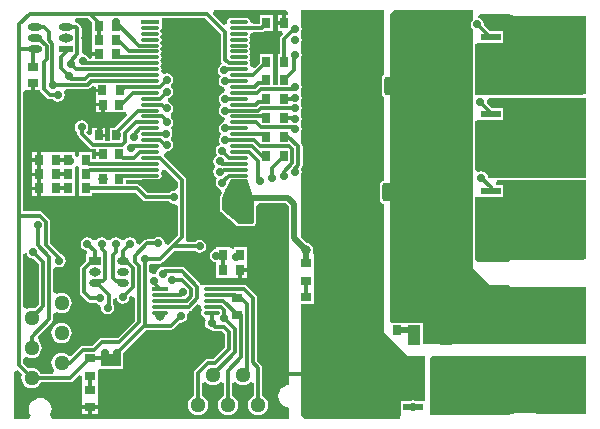
<source format=gtl>
G04 Layer_Physical_Order=1*
G04 Layer_Color=255*
%FSLAX24Y24*%
%MOIN*%
G70*
G01*
G75*
%ADD10R,0.0433X0.0669*%
%ADD11O,0.0571X0.0118*%
%ADD12R,0.0571X0.0118*%
%ADD13R,0.0472X0.0236*%
%ADD14O,0.0472X0.0236*%
%ADD15R,0.0315X0.0354*%
%ADD16R,0.1417X0.2520*%
%ADD17R,0.0610X0.0118*%
%ADD18O,0.0610X0.0118*%
G04:AMPARAMS|DCode=19|XSize=137.8mil|YSize=63mil|CornerRadius=7.9mil|HoleSize=0mil|Usage=FLASHONLY|Rotation=0.000|XOffset=0mil|YOffset=0mil|HoleType=Round|Shape=RoundedRectangle|*
%AMROUNDEDRECTD19*
21,1,0.1378,0.0472,0,0,0.0*
21,1,0.1220,0.0630,0,0,0.0*
1,1,0.0157,0.0610,-0.0236*
1,1,0.0157,-0.0610,-0.0236*
1,1,0.0157,-0.0610,0.0236*
1,1,0.0157,0.0610,0.0236*
%
%ADD19ROUNDEDRECTD19*%
%ADD20R,0.0394X0.0276*%
%ADD21O,0.0394X0.0276*%
%ADD22R,0.0276X0.0354*%
%ADD23R,0.0669X0.0433*%
%ADD24R,0.0354X0.0315*%
%ADD25R,0.0354X0.0276*%
%ADD26R,0.1820X0.1780*%
%ADD27R,0.0650X0.0240*%
%ADD28C,0.0197*%
%ADD29C,0.0118*%
%ADD30R,0.1654X0.2638*%
%ADD31R,0.1654X0.1850*%
%ADD32C,0.0512*%
%ADD33C,0.0315*%
%ADD34C,0.0276*%
G36*
X5529Y7986D02*
Y7766D01*
X5411Y7682D01*
X5394Y7686D01*
X5309Y7669D01*
X5238Y7621D01*
X5227Y7605D01*
X4522D01*
X4273Y7855D01*
X4227Y7886D01*
X4173Y7896D01*
X3819D01*
Y8048D01*
X3960D01*
X3960Y8048D01*
X4852D01*
X4906Y8059D01*
X4952Y8090D01*
X4982Y8135D01*
X4993Y8189D01*
X4982Y8243D01*
X4978Y8250D01*
X5011Y8356D01*
X5126Y8389D01*
X5529Y7986D01*
D02*
G37*
G36*
X19134Y10787D02*
X19134Y8112D01*
X19134Y8112D01*
X16184Y8112D01*
X16176Y8110D01*
X15872Y8110D01*
X15856Y8195D01*
X15808Y8266D01*
X15736Y8314D01*
X15652Y8331D01*
X15567Y8314D01*
X15553Y8305D01*
X15435Y8368D01*
Y8519D01*
X15450D01*
Y10022D01*
X15561Y10039D01*
Y10039D01*
X16368D01*
Y10437D01*
X16004D01*
X15829Y10611D01*
X15833Y10630D01*
X15825Y10669D01*
X15888Y10771D01*
X15909Y10787D01*
X19134Y10787D01*
D02*
G37*
G36*
X12402Y11541D02*
X12386Y11531D01*
X12352Y11479D01*
X12339Y11417D01*
Y10945D01*
X12352Y10883D01*
X12386Y10831D01*
X12402Y10821D01*
Y8031D01*
X12360Y8022D01*
X12308Y7988D01*
X12273Y7935D01*
X12261Y7874D01*
Y7402D01*
X12273Y7340D01*
X12308Y7288D01*
X12360Y7253D01*
X12402Y7245D01*
Y2953D01*
X13189Y2165D01*
X13780Y2165D01*
X13780Y862D01*
X13770Y669D01*
X13458Y669D01*
X13451Y674D01*
X13366Y691D01*
X13282Y674D01*
X13274Y669D01*
X12962D01*
Y277D01*
X12962Y272D01*
X12949Y80D01*
X9785D01*
X9646Y219D01*
X9646Y3898D01*
X10059D01*
Y4370D01*
X10059D01*
Y4449D01*
X10059D01*
Y4882D01*
X10059D01*
Y5039D01*
X10059D01*
Y5472D01*
X10059Y5472D01*
X10036Y5669D01*
X10044Y5709D01*
X10026Y5801D01*
X9973Y5879D01*
X9895Y5931D01*
X9821Y5946D01*
X9646Y6122D01*
Y8212D01*
X9653Y8223D01*
X9670Y8307D01*
X9653Y8392D01*
X9646Y8402D01*
Y8423D01*
X9647Y8423D01*
X9677Y8469D01*
X9688Y8523D01*
Y9156D01*
X9677Y9210D01*
X9647Y9256D01*
X9646Y9257D01*
Y9629D01*
X9653Y9640D01*
X9670Y9724D01*
X9653Y9809D01*
X9646Y9820D01*
Y9984D01*
X9653Y9994D01*
X9670Y10079D01*
X9653Y10163D01*
X9646Y10174D01*
Y10338D01*
X9653Y10349D01*
X9670Y10433D01*
X9653Y10518D01*
X9646Y10528D01*
Y10692D01*
X9653Y10703D01*
X9670Y10787D01*
X9653Y10872D01*
X9646Y10883D01*
Y11047D01*
X9653Y11057D01*
X9670Y11142D01*
X9653Y11226D01*
X9646Y11237D01*
X9646Y12110D01*
X9653Y12120D01*
X9670Y12205D01*
X9653Y12289D01*
X9646Y12300D01*
Y12621D01*
X9653Y12632D01*
X9670Y12717D01*
X9653Y12801D01*
X9646Y12812D01*
Y12976D01*
X9653Y12986D01*
X9670Y13071D01*
X9653Y13155D01*
X9646Y13166D01*
Y13699D01*
X12402D01*
Y11541D01*
D02*
G37*
G36*
X15354Y13377D02*
X15312Y13313D01*
X15295Y13228D01*
X15312Y13144D01*
X15354Y13080D01*
Y5118D01*
X15945Y4528D01*
X16521D01*
X16524Y4526D01*
X16634Y4480D01*
X16752Y4464D01*
Y4467D01*
X18995D01*
X19134Y4328D01*
X19134Y2559D01*
X13701Y2559D01*
Y3287D01*
X13110D01*
Y3287D01*
X13071Y3287D01*
Y3287D01*
X12657D01*
X12598Y3346D01*
X12598Y13560D01*
X12738Y13699D01*
X15354D01*
Y13377D01*
D02*
G37*
G36*
X505Y5545D02*
X553Y5474D01*
X624Y5426D01*
X709Y5409D01*
X727Y5413D01*
X907Y5233D01*
Y3897D01*
X769Y3759D01*
X741Y3771D01*
X654Y3782D01*
X566Y3771D01*
X495Y3741D01*
X454Y3756D01*
X377Y3803D01*
Y5583D01*
X495Y5595D01*
X505Y5545D01*
D02*
G37*
G36*
X19134Y5459D02*
X19050Y5376D01*
X16752D01*
Y5378D01*
X16634Y5362D01*
X16524Y5317D01*
X16521Y5315D01*
X15518Y5315D01*
X15435Y5398D01*
Y5960D01*
X15450D01*
Y7463D01*
X15561Y7480D01*
Y7480D01*
X16368D01*
Y7878D01*
X16148D01*
X16122Y7913D01*
X16184Y8031D01*
X19134Y8031D01*
X19134Y5459D01*
D02*
G37*
G36*
X8071Y7402D02*
X8071Y6630D01*
X8015Y6575D01*
X7559D01*
X7008Y7025D01*
X7008Y7441D01*
X7145Y7784D01*
X7164Y7797D01*
X7212Y7868D01*
X7229Y7953D01*
X7223Y7980D01*
X7225Y7984D01*
X7290Y8048D01*
X7805D01*
X7852Y8058D01*
X8071Y7402D01*
D02*
G37*
G36*
X6976Y12903D02*
Y12044D01*
X6982Y12015D01*
X6991Y11918D01*
X6936Y11859D01*
X6922Y11849D01*
X6874Y11777D01*
X6857Y11693D01*
X6874Y11608D01*
X6922Y11537D01*
X6938Y11526D01*
X6964Y11495D01*
X6916Y11423D01*
X6899Y11339D01*
X6916Y11254D01*
X6964Y11182D01*
X7036Y11135D01*
X7069Y11128D01*
X7079Y11115D01*
X7114Y11043D01*
X7079Y10971D01*
X7069Y10959D01*
X7036Y10952D01*
X6964Y10904D01*
X6916Y10833D01*
X6899Y10748D01*
X6916Y10664D01*
X6936Y10634D01*
X6955Y10551D01*
X6936Y10469D01*
X6916Y10439D01*
X6899Y10354D01*
X6916Y10270D01*
X6964Y10198D01*
X7036Y10150D01*
X7069Y10144D01*
X7079Y10131D01*
X7114Y10059D01*
X7079Y9987D01*
X7069Y9974D01*
X7036Y9968D01*
X6964Y9920D01*
X6916Y9848D01*
X6899Y9764D01*
X6916Y9679D01*
X6936Y9650D01*
X6955Y9567D01*
X6936Y9484D01*
X6916Y9455D01*
X6899Y9370D01*
X6906Y9337D01*
X6923Y9220D01*
X6852Y9172D01*
X6804Y9100D01*
X6787Y9016D01*
X6804Y8931D01*
X6850Y8862D01*
X6784Y8818D01*
X6736Y8746D01*
X6719Y8661D01*
X6736Y8577D01*
X6784Y8505D01*
Y8463D01*
X6736Y8392D01*
X6719Y8307D01*
X6736Y8223D01*
X6784Y8151D01*
X6850Y8107D01*
X6804Y8037D01*
X6787Y7953D01*
X6804Y7868D01*
X6852Y7797D01*
X6923Y7749D01*
X6992Y7618D01*
X6933Y7471D01*
X6931Y7456D01*
X6928Y7441D01*
X6928Y7025D01*
X6928Y7021D01*
X6928Y7017D01*
X6931Y7005D01*
X6934Y6994D01*
X6936Y6991D01*
X6937Y6987D01*
X6945Y6978D01*
X6951Y6968D01*
X6955Y6966D01*
X6957Y6963D01*
X7508Y6513D01*
X7519Y6507D01*
X7528Y6501D01*
X7532Y6500D01*
X7536Y6498D01*
X7548Y6497D01*
X7559Y6495D01*
X8001Y6495D01*
X8015Y6495D01*
X8015Y6495D01*
X8015Y6495D01*
X8046Y6501D01*
X8048Y6502D01*
X8110Y6516D01*
X8110Y6556D01*
X8128Y6574D01*
X8145Y6600D01*
X8151Y6630D01*
X8151Y7177D01*
X8235Y7260D01*
X9138D01*
X9229Y7169D01*
Y6102D01*
X9243Y6033D01*
X9252Y6019D01*
Y1204D01*
X9154Y1191D01*
X9063Y1153D01*
X8985Y1094D01*
X8925Y1015D01*
X8888Y924D01*
X8875Y827D01*
X8888Y729D01*
X8925Y638D01*
X8985Y560D01*
X9063Y500D01*
X9154Y462D01*
X9252Y450D01*
Y80D01*
X1325D01*
X1266Y198D01*
X1272Y205D01*
X1309Y296D01*
X1322Y394D01*
X1309Y491D01*
X1272Y582D01*
X1212Y660D01*
X1133Y720D01*
X1043Y758D01*
X945Y771D01*
X847Y758D01*
X756Y720D01*
X678Y660D01*
X618Y582D01*
X580Y491D01*
X568Y394D01*
X580Y296D01*
X618Y205D01*
X623Y198D01*
X565Y80D01*
X80D01*
Y1652D01*
X198Y1701D01*
X339Y1561D01*
X328Y1532D01*
X316Y1445D01*
X328Y1358D01*
X361Y1276D01*
X415Y1206D01*
X485Y1153D01*
X566Y1119D01*
X654Y1107D01*
X741Y1119D01*
X822Y1153D01*
X892Y1206D01*
X946Y1276D01*
X958Y1304D01*
X1937D01*
X1991Y1315D01*
X2036Y1346D01*
X2233Y1543D01*
X2343Y1497D01*
Y1299D01*
X2343D01*
Y1260D01*
X2343Y1260D01*
Y827D01*
X2343Y709D01*
X2343Y669D01*
Y531D01*
X2854D01*
Y669D01*
X2854Y787D01*
X2854Y827D01*
Y1260D01*
X2854D01*
Y1299D01*
X2854D01*
Y1630D01*
X2894Y1732D01*
X2972Y1732D01*
X3720D01*
Y2262D01*
X3725Y2283D01*
X3721Y2302D01*
X4468Y3048D01*
X5315D01*
X5369Y3059D01*
X5414Y3090D01*
X5611Y3287D01*
X5630Y3283D01*
X5714Y3300D01*
X5786Y3348D01*
X5834Y3419D01*
X5851Y3504D01*
X5840Y3559D01*
X5890Y3651D01*
X5915Y3679D01*
X5958Y3688D01*
X6004Y3718D01*
X6182Y3897D01*
X6290Y3838D01*
X6287Y3819D01*
X6297Y3765D01*
X6327Y3720D01*
X6297Y3676D01*
X6287Y3622D01*
X6297Y3568D01*
X6328Y3523D01*
X6373Y3492D01*
X6398Y3487D01*
X6444Y3414D01*
X6457Y3363D01*
X6450Y3352D01*
X6433Y3268D01*
X6450Y3183D01*
X6497Y3112D01*
X6569Y3064D01*
X6654Y3047D01*
X6672Y3051D01*
X6672Y3050D01*
X6718Y3020D01*
X6772Y3009D01*
X7016D01*
X7104Y2921D01*
Y2465D01*
X6708Y2070D01*
X6538D01*
X6484Y2059D01*
X6438Y2028D01*
X6101Y1692D01*
X6071Y1646D01*
X6060Y1592D01*
Y839D01*
X6032Y828D01*
X5962Y774D01*
X5908Y704D01*
X5875Y623D01*
X5863Y535D01*
X5875Y448D01*
X5908Y367D01*
X5962Y297D01*
X6032Y243D01*
X6113Y209D01*
X6201Y198D01*
X6288Y209D01*
X6370Y243D01*
X6439Y297D01*
X6493Y367D01*
X6527Y448D01*
X6538Y535D01*
X6527Y623D01*
X6493Y704D01*
X6439Y774D01*
X6370Y828D01*
X6341Y839D01*
Y1260D01*
X6459Y1300D01*
X6462Y1297D01*
X6532Y1243D01*
X6613Y1209D01*
X6701Y1198D01*
X6788Y1209D01*
X6870Y1243D01*
X6939Y1297D01*
X6942Y1300D01*
X7060Y1260D01*
Y839D01*
X7032Y828D01*
X6962Y774D01*
X6908Y704D01*
X6875Y623D01*
X6863Y535D01*
X6875Y448D01*
X6908Y367D01*
X6962Y297D01*
X7032Y243D01*
X7113Y209D01*
X7201Y198D01*
X7288Y209D01*
X7370Y243D01*
X7439Y297D01*
X7493Y367D01*
X7527Y448D01*
X7538Y535D01*
X7527Y623D01*
X7493Y704D01*
X7439Y774D01*
X7370Y828D01*
X7341Y839D01*
Y1260D01*
X7459Y1300D01*
X7462Y1297D01*
X7532Y1243D01*
X7613Y1209D01*
X7701Y1198D01*
X7788Y1209D01*
X7870Y1243D01*
X7939Y1297D01*
X7942Y1300D01*
X8060Y1260D01*
Y839D01*
X8032Y828D01*
X7962Y774D01*
X7908Y704D01*
X7875Y623D01*
X7863Y535D01*
X7875Y448D01*
X7908Y367D01*
X7962Y297D01*
X8032Y243D01*
X8113Y209D01*
X8201Y198D01*
X8288Y209D01*
X8370Y243D01*
X8439Y297D01*
X8493Y367D01*
X8527Y448D01*
X8538Y535D01*
X8527Y623D01*
X8493Y704D01*
X8439Y774D01*
X8370Y828D01*
X8341Y839D01*
Y1789D01*
X8331Y1843D01*
X8300Y1888D01*
X8172Y2017D01*
Y4112D01*
X8161Y4166D01*
X8131Y4212D01*
X7834Y4509D01*
X7788Y4539D01*
X7734Y4550D01*
X7047D01*
X7047Y4550D01*
X6427D01*
X6311Y4539D01*
X6280Y4585D01*
X5766Y5099D01*
X5720Y5130D01*
X5667Y5140D01*
X5118D01*
X5083Y5133D01*
X5039Y5142D01*
X4955Y5125D01*
X4883Y5077D01*
X4835Y5006D01*
X4833Y4995D01*
X4816Y4921D01*
X4724Y4906D01*
X4688Y4899D01*
X4570Y4973D01*
Y5214D01*
X4605Y5238D01*
X4615Y5253D01*
X4921D01*
X4975Y5264D01*
X5021Y5294D01*
X5413Y5686D01*
X6093D01*
X6104Y5671D01*
X6175Y5623D01*
X6260Y5606D01*
X6344Y5623D01*
X6416Y5671D01*
X6464Y5742D01*
X6481Y5827D01*
X6464Y5911D01*
X6416Y5983D01*
X6344Y6031D01*
X6260Y6048D01*
X6175Y6031D01*
X6104Y5983D01*
X6093Y5967D01*
X5853D01*
X5797Y6085D01*
X5799Y6088D01*
X5810Y6142D01*
Y8044D01*
X5799Y8098D01*
X5769Y8143D01*
X5068Y8844D01*
X5061Y8902D01*
X5155Y8992D01*
X5157Y8992D01*
X5242Y9009D01*
X5314Y9056D01*
X5361Y9128D01*
X5378Y9213D01*
X5361Y9297D01*
X5314Y9369D01*
X5287Y9387D01*
Y9432D01*
X5334Y9504D01*
X5351Y9588D01*
X5334Y9672D01*
X5333Y9675D01*
X5315Y9796D01*
X5343Y9848D01*
X5361Y9876D01*
X5378Y9961D01*
X5361Y10045D01*
X5314Y10117D01*
X5296Y10129D01*
X5296Y10265D01*
X5314Y10277D01*
X5361Y10349D01*
X5378Y10433D01*
X5361Y10518D01*
X5314Y10589D01*
X5242Y10637D01*
X5206Y10644D01*
Y10765D01*
X5242Y10772D01*
X5314Y10819D01*
X5361Y10891D01*
X5378Y10976D01*
X5361Y11060D01*
X5314Y11132D01*
X5314Y11132D01*
Y11222D01*
X5361Y11293D01*
X5378Y11378D01*
X5361Y11462D01*
X5314Y11534D01*
X5242Y11582D01*
X5157Y11599D01*
X5073Y11582D01*
X5002Y11613D01*
X4982Y11679D01*
X4993Y11732D01*
X4982Y11786D01*
X4952Y11831D01*
X4982Y11875D01*
X4993Y11929D01*
X4982Y11983D01*
X4952Y12028D01*
X4982Y12072D01*
X4993Y12126D01*
X4982Y12180D01*
X4952Y12224D01*
X4982Y12269D01*
X4993Y12323D01*
X4982Y12377D01*
X4952Y12421D01*
X4982Y12466D01*
X4993Y12520D01*
X4982Y12573D01*
X4952Y12618D01*
X4982Y12663D01*
X4993Y12717D01*
X4982Y12770D01*
X4952Y12815D01*
X4982Y12860D01*
X4993Y12913D01*
X4982Y12967D01*
X4952Y13012D01*
X4982Y13056D01*
X4993Y13110D01*
X4990Y13169D01*
X4990Y13169D01*
Y13442D01*
X6436D01*
X6976Y12903D01*
D02*
G37*
G36*
X16511Y13583D02*
X16540Y13567D01*
X16654Y13532D01*
X16772Y13521D01*
Y13522D01*
X19134D01*
X19134Y10986D01*
X19016Y10868D01*
X15909Y10868D01*
X15902Y10866D01*
X15435Y10866D01*
Y11079D01*
X15450D01*
Y12581D01*
X15561Y12599D01*
Y12599D01*
X16368D01*
Y12996D01*
X15947D01*
X15733Y13210D01*
X15737Y13228D01*
X15720Y13313D01*
X15672Y13384D01*
X15600Y13432D01*
X15564Y13440D01*
X15545Y13485D01*
X15600Y13579D01*
X15605Y13583D01*
X16511Y13583D01*
D02*
G37*
G36*
X9213Y13600D02*
X9189Y13524D01*
X9134D01*
Y13268D01*
X9075D01*
Y13209D01*
X8858D01*
Y13012D01*
X9001D01*
X9047Y12903D01*
X8975Y12832D01*
X8945Y12786D01*
X8934Y12732D01*
Y12224D01*
X8858D01*
Y11713D01*
X8858Y11713D01*
X8858Y11634D01*
X8858D01*
X8858Y11594D01*
Y11203D01*
X8701D01*
Y11634D01*
X8701Y11634D01*
X8701Y11713D01*
X8701D01*
X8701Y11752D01*
Y12224D01*
X8268D01*
Y11951D01*
X8106Y11789D01*
X7970Y11813D01*
X7935Y11875D01*
X7946Y11929D01*
X7935Y11983D01*
X7905Y12028D01*
X7935Y12072D01*
X7946Y12126D01*
X7935Y12180D01*
X7905Y12224D01*
X7935Y12269D01*
X7946Y12323D01*
X7935Y12377D01*
X7905Y12421D01*
X7935Y12466D01*
X7946Y12520D01*
X7935Y12573D01*
X7905Y12618D01*
X7935Y12663D01*
X7946Y12717D01*
X7935Y12770D01*
X7914Y12801D01*
X7931Y12853D01*
X7935Y12860D01*
X7939Y12879D01*
X7950Y12916D01*
X8055Y12970D01*
X8327D01*
X8381Y12980D01*
X8426Y13011D01*
X8427Y13012D01*
X8701D01*
Y13524D01*
X8268D01*
Y13251D01*
X8055D01*
X7946Y13307D01*
X7935Y13361D01*
X7904Y13406D01*
X7859Y13437D01*
X7805Y13448D01*
X7313D01*
X7259Y13437D01*
X7214Y13406D01*
X7183Y13361D01*
X7172Y13307D01*
X7179Y13276D01*
X7137Y13238D01*
X7061Y13214D01*
X6694Y13581D01*
X6743Y13699D01*
X9132D01*
X9213Y13600D01*
D02*
G37*
G36*
X2677Y13305D02*
Y13210D01*
X2673Y13189D01*
X2677Y13168D01*
Y12933D01*
Y12461D01*
X2677D01*
Y12303D01*
X2894D01*
Y12185D01*
X2677D01*
Y12104D01*
X2560Y12086D01*
X2512Y12158D01*
X2441Y12206D01*
X2356Y12223D01*
X2326Y12337D01*
Y13091D01*
X2315Y13144D01*
X2284Y13190D01*
X2225Y13249D01*
X2180Y13279D01*
X2126Y13290D01*
X2091Y13324D01*
X2139Y13442D01*
X2540D01*
X2677Y13305D01*
D02*
G37*
G36*
X768Y11024D02*
X930D01*
X933Y11009D01*
X964Y10964D01*
X1161Y10767D01*
X1206Y10736D01*
X1260Y10726D01*
X1369D01*
X1379Y10710D01*
X1451Y10662D01*
X1535Y10645D01*
X1620Y10662D01*
X1692Y10710D01*
X1739Y10782D01*
X1756Y10866D01*
X1739Y10951D01*
X1732Y10962D01*
X1795Y11080D01*
X2521D01*
X2575Y11091D01*
X2621Y11121D01*
X2677Y11178D01*
X2795Y11149D01*
Y11083D01*
X3012D01*
Y10965D01*
X2795D01*
Y10768D01*
Y10610D01*
X3031D01*
Y10551D01*
X3091D01*
Y10295D01*
X3268D01*
Y10295D01*
X3346D01*
Y10295D01*
X3788D01*
X3849Y10190D01*
X3443Y9783D01*
X3268D01*
Y9353D01*
X3110D01*
Y9469D01*
X2894D01*
Y9528D01*
X2835D01*
Y9783D01*
X2677D01*
Y9587D01*
X2568Y9542D01*
X2478Y9633D01*
X2479Y9647D01*
X2527Y9719D01*
X2544Y9803D01*
X2527Y9888D01*
X2479Y9959D01*
X2407Y10007D01*
X2323Y10024D01*
X2238Y10007D01*
X2167Y9959D01*
X2119Y9888D01*
X2102Y9803D01*
X2119Y9719D01*
X2167Y9647D01*
X2182Y9637D01*
Y9589D01*
X2193Y9535D01*
X2223Y9489D01*
X2599Y9113D01*
X2645Y9083D01*
X2699Y9072D01*
X2795D01*
Y8957D01*
X3031D01*
Y8839D01*
X2795D01*
Y8723D01*
X2677D01*
Y8957D01*
X2244D01*
Y8850D01*
X2173Y8805D01*
X2087Y8862D01*
Y8957D01*
X1260D01*
X1142Y8957D01*
X1102Y8957D01*
X965D01*
Y8701D01*
X906D01*
Y8642D01*
X669D01*
Y8445D01*
Y8287D01*
X906D01*
Y8169D01*
X669D01*
Y7972D01*
Y7815D01*
X906D01*
Y7756D01*
X965D01*
Y7500D01*
X1102D01*
X1220Y7500D01*
X1260Y7500D01*
X2087D01*
Y7735D01*
X2091Y7756D01*
X2087Y7777D01*
Y8207D01*
X2091Y8228D01*
X2087Y8250D01*
Y8461D01*
X2173Y8518D01*
X2244Y8473D01*
Y7972D01*
Y7500D01*
X2677D01*
Y7615D01*
X4115D01*
X4365Y7366D01*
X4410Y7335D01*
X4464Y7324D01*
X5227D01*
X5238Y7309D01*
X5309Y7261D01*
X5394Y7244D01*
X5411Y7247D01*
X5529Y7163D01*
Y6200D01*
X5215Y5887D01*
X5146Y5910D01*
X5100Y5938D01*
X5086Y6010D01*
X5038Y6081D01*
X4966Y6129D01*
X4882Y6146D01*
X4797Y6129D01*
X4726Y6081D01*
X4715Y6066D01*
X4508D01*
X4454Y6055D01*
X4409Y6025D01*
X4272Y5888D01*
X4235Y5894D01*
X4152Y5935D01*
X4141Y5990D01*
X4093Y6062D01*
X4021Y6109D01*
X3937Y6126D01*
X3853Y6109D01*
X3781Y6062D01*
X3769Y6044D01*
X3632Y6044D01*
X3621Y6062D01*
X3549Y6109D01*
X3465Y6126D01*
X3380Y6109D01*
X3308Y6062D01*
X3297Y6044D01*
X3160D01*
X3148Y6062D01*
X3077Y6109D01*
X2992Y6126D01*
X2908Y6109D01*
X2836Y6062D01*
X2824Y6044D01*
X2688D01*
X2676Y6062D01*
X2604Y6109D01*
X2520Y6126D01*
X2435Y6109D01*
X2364Y6062D01*
X2316Y5990D01*
X2299Y5906D01*
X2316Y5821D01*
X2364Y5749D01*
X2435Y5702D01*
X2498Y5689D01*
X2487Y5571D01*
X2480D01*
Y5352D01*
X2302Y5174D01*
X2272Y5129D01*
X2261Y5075D01*
Y4291D01*
X2272Y4238D01*
X2302Y4192D01*
X2499Y3995D01*
X2545Y3965D01*
X2598Y3954D01*
X2786D01*
X2797Y3938D01*
X2868Y3891D01*
X2879Y3888D01*
X2953Y3871D01*
X2968Y3780D01*
X2985Y3695D01*
X3033Y3623D01*
X3104Y3576D01*
X3189Y3559D01*
X3273Y3576D01*
X3345Y3623D01*
X3393Y3695D01*
X3410Y3780D01*
X3393Y3864D01*
X3369Y3900D01*
Y4087D01*
X3487Y4099D01*
X3497Y4049D01*
X3545Y3978D01*
X3616Y3930D01*
X3701Y3913D01*
X3785Y3930D01*
X3857Y3978D01*
X3905Y4049D01*
X3920Y4126D01*
X3974Y4173D01*
X3984Y4172D01*
X4092Y4120D01*
Y3348D01*
X3522Y2778D01*
X2992D01*
X2938Y2768D01*
X2893Y2737D01*
X2678Y2522D01*
X2364D01*
X2310Y2512D01*
X2265Y2481D01*
X1963Y2179D01*
X1892Y2184D01*
X1822Y2237D01*
X1741Y2271D01*
X1654Y2282D01*
X1566Y2271D01*
X1485Y2237D01*
X1415Y2184D01*
X1361Y2114D01*
X1328Y2032D01*
X1316Y1945D01*
X1328Y1858D01*
X1361Y1776D01*
X1415Y1706D01*
X1418Y1703D01*
X1378Y1585D01*
X958D01*
X946Y1614D01*
X892Y1684D01*
X822Y1737D01*
X741Y1771D01*
X654Y1782D01*
X566Y1771D01*
X538Y1759D01*
X377Y1920D01*
Y2087D01*
X454Y2134D01*
X495Y2148D01*
X566Y2119D01*
X654Y2107D01*
X741Y2119D01*
X822Y2153D01*
X892Y2206D01*
X946Y2276D01*
X980Y2358D01*
X991Y2445D01*
X980Y2532D01*
X946Y2614D01*
X892Y2684D01*
X888Y2687D01*
X871Y2835D01*
X874Y2840D01*
X1343Y3310D01*
X1374Y3356D01*
X1385Y3409D01*
Y3581D01*
X1440Y3620D01*
X1503Y3645D01*
X1566Y3619D01*
X1654Y3607D01*
X1741Y3619D01*
X1822Y3653D01*
X1892Y3706D01*
X1946Y3776D01*
X1980Y3858D01*
X1991Y3945D01*
X1980Y4032D01*
X1946Y4114D01*
X1892Y4184D01*
X1822Y4237D01*
X1741Y4271D01*
X1654Y4282D01*
X1566Y4271D01*
X1503Y4245D01*
X1440Y4269D01*
X1385Y4309D01*
Y5079D01*
X1479Y5143D01*
X1503Y5148D01*
X1575Y5134D01*
X1659Y5150D01*
X1731Y5198D01*
X1779Y5270D01*
X1796Y5354D01*
X1779Y5439D01*
X1731Y5510D01*
X1659Y5558D01*
X1649Y5560D01*
X1282Y5927D01*
Y6650D01*
X1272Y6703D01*
X1241Y6749D01*
X1040Y6950D01*
X995Y6980D01*
X941Y6991D01*
X377D01*
Y10937D01*
X453Y11024D01*
X650D01*
Y11260D01*
X768D01*
Y11024D01*
D02*
G37*
G36*
X19134Y2165D02*
Y257D01*
X16772D01*
Y259D01*
X16654Y247D01*
X16540Y213D01*
X16511Y197D01*
X13937D01*
Y2110D01*
X13993Y2165D01*
X19134Y2165D01*
D02*
G37*
%LPC*%
G36*
X2539Y413D02*
X2343D01*
Y236D01*
X2539D01*
Y413D01*
D02*
G37*
G36*
X2854D02*
X2657D01*
Y236D01*
X2854D01*
Y413D01*
D02*
G37*
G36*
X1654Y3282D02*
X1566Y3271D01*
X1485Y3237D01*
X1415Y3184D01*
X1361Y3114D01*
X1328Y3032D01*
X1316Y2945D01*
X1328Y2858D01*
X1361Y2776D01*
X1415Y2706D01*
X1485Y2653D01*
X1566Y2619D01*
X1654Y2607D01*
X1741Y2619D01*
X1822Y2653D01*
X1892Y2706D01*
X1946Y2776D01*
X1980Y2858D01*
X1991Y2945D01*
X1980Y3032D01*
X1946Y3114D01*
X1892Y3184D01*
X1822Y3237D01*
X1741Y3271D01*
X1654Y3282D01*
D02*
G37*
G36*
X3110Y9783D02*
X2953D01*
Y9587D01*
X3110D01*
Y9783D01*
D02*
G37*
G36*
X2972Y10492D02*
X2795D01*
Y10295D01*
X2972D01*
Y10492D01*
D02*
G37*
G36*
X9016Y13524D02*
X8858D01*
Y13327D01*
X9016D01*
Y13524D01*
D02*
G37*
G36*
X846Y8957D02*
X669D01*
Y8760D01*
X846D01*
Y8957D01*
D02*
G37*
G36*
X7835Y4980D02*
X7657D01*
Y4783D01*
X7835D01*
Y4980D01*
D02*
G37*
G36*
Y5807D02*
X7402D01*
Y5762D01*
X7362Y5738D01*
X7244Y5805D01*
Y5807D01*
X6811D01*
Y5742D01*
X6727Y5726D01*
X6655Y5678D01*
X6607Y5606D01*
X6590Y5522D01*
X6607Y5437D01*
X6655Y5366D01*
X6707Y5330D01*
X6727Y5318D01*
X6727Y5318D01*
X6811Y5295D01*
Y4783D01*
X7244D01*
X7362Y4783D01*
X7402Y4783D01*
X7539D01*
Y5039D01*
X7598D01*
Y5098D01*
X7835D01*
Y5295D01*
X7835Y5295D01*
X7835Y5413D01*
Y5807D01*
D02*
G37*
G36*
X846Y7697D02*
X669D01*
Y7500D01*
X846D01*
Y7697D01*
D02*
G37*
%LPD*%
D10*
X7815Y6929D02*
D03*
X8878D02*
D03*
X11791Y5866D02*
D03*
X12854D02*
D03*
X11791Y9409D02*
D03*
X12854D02*
D03*
X11791Y12953D02*
D03*
X12854D02*
D03*
X13406Y2874D02*
D03*
X14468D02*
D03*
D11*
X6654Y4409D02*
D03*
Y4213D02*
D03*
Y4016D02*
D03*
Y3819D02*
D03*
Y3622D02*
D03*
X4921Y3819D02*
D03*
Y3622D02*
D03*
Y4213D02*
D03*
Y4016D02*
D03*
D12*
Y4409D02*
D03*
D13*
X1811Y12402D02*
D03*
D14*
Y12776D02*
D03*
Y13150D02*
D03*
X780Y12402D02*
D03*
Y12776D02*
D03*
Y13150D02*
D03*
D15*
X12205Y3819D02*
D03*
X12756D02*
D03*
X7047Y5039D02*
D03*
X7598D02*
D03*
X906Y8701D02*
D03*
X1457D02*
D03*
X906Y8228D02*
D03*
X1457D02*
D03*
X906Y7756D02*
D03*
X1457D02*
D03*
X6654Y7244D02*
D03*
X7205D02*
D03*
X3031Y10551D02*
D03*
X3583D02*
D03*
X3031Y8898D02*
D03*
X3583D02*
D03*
X3031Y8071D02*
D03*
X3583D02*
D03*
X12283Y3031D02*
D03*
X12835D02*
D03*
D16*
X6083Y10650D02*
D03*
D17*
X4606Y13307D02*
D03*
D18*
Y13110D02*
D03*
Y12913D02*
D03*
Y12717D02*
D03*
Y12520D02*
D03*
Y12323D02*
D03*
Y12126D02*
D03*
Y11929D02*
D03*
Y11732D02*
D03*
Y11535D02*
D03*
Y11339D02*
D03*
Y11142D02*
D03*
Y10945D02*
D03*
Y10748D02*
D03*
Y10551D02*
D03*
Y10354D02*
D03*
Y10157D02*
D03*
Y9961D02*
D03*
Y9764D02*
D03*
Y9567D02*
D03*
Y9370D02*
D03*
Y9173D02*
D03*
Y8976D02*
D03*
Y8780D02*
D03*
Y8583D02*
D03*
Y8386D02*
D03*
Y8189D02*
D03*
Y7992D02*
D03*
X7559Y13307D02*
D03*
Y13110D02*
D03*
Y12913D02*
D03*
Y12717D02*
D03*
Y12520D02*
D03*
Y12323D02*
D03*
Y12126D02*
D03*
Y11929D02*
D03*
Y11732D02*
D03*
Y11535D02*
D03*
Y11339D02*
D03*
Y11142D02*
D03*
Y10945D02*
D03*
Y10748D02*
D03*
Y10551D02*
D03*
Y10354D02*
D03*
Y10157D02*
D03*
Y9961D02*
D03*
Y9764D02*
D03*
Y9567D02*
D03*
Y9370D02*
D03*
Y9173D02*
D03*
Y8976D02*
D03*
Y8780D02*
D03*
Y8583D02*
D03*
Y8386D02*
D03*
Y8189D02*
D03*
Y7992D02*
D03*
D19*
X10827Y7638D02*
D03*
X13031D02*
D03*
X10906Y11181D02*
D03*
X13110D02*
D03*
D20*
X2756Y5354D02*
D03*
D21*
Y4606D02*
D03*
Y4980D02*
D03*
X3701Y4606D02*
D03*
Y4980D02*
D03*
Y5354D02*
D03*
D22*
X8484Y13268D02*
D03*
X9075D02*
D03*
X7028Y5551D02*
D03*
X7618D02*
D03*
X2894Y13189D02*
D03*
X3484D02*
D03*
X2894Y12717D02*
D03*
X3484D02*
D03*
X2894Y9528D02*
D03*
X3484D02*
D03*
X1870Y7756D02*
D03*
X2461D02*
D03*
X1870Y8228D02*
D03*
X2461D02*
D03*
X1870Y8701D02*
D03*
X2461D02*
D03*
X3012Y11024D02*
D03*
X3602D02*
D03*
X8484Y8839D02*
D03*
X9075D02*
D03*
X8484Y9488D02*
D03*
X9075D02*
D03*
X8484Y10118D02*
D03*
X9075D02*
D03*
X8484Y10748D02*
D03*
X9075D02*
D03*
X8484Y11378D02*
D03*
X9075D02*
D03*
X8484Y11969D02*
D03*
X9075D02*
D03*
X3484Y12244D02*
D03*
X2894D02*
D03*
D23*
X3307Y2028D02*
D03*
Y965D02*
D03*
D24*
X9803Y4134D02*
D03*
Y3583D02*
D03*
X2598Y1024D02*
D03*
Y472D02*
D03*
X709Y11811D02*
D03*
Y11260D02*
D03*
D25*
X9803Y5256D02*
D03*
Y4665D02*
D03*
X2598Y2106D02*
D03*
Y1516D02*
D03*
X7520Y4114D02*
D03*
Y3524D02*
D03*
D26*
X14461Y12047D02*
D03*
X14461Y9488D02*
D03*
Y6929D02*
D03*
X14869Y1220D02*
D03*
D27*
X15965Y12797D02*
D03*
Y12297D02*
D03*
Y11797D02*
D03*
Y11297D02*
D03*
X15965Y10238D02*
D03*
Y9738D02*
D03*
Y9238D02*
D03*
Y8738D02*
D03*
Y7679D02*
D03*
Y7179D02*
D03*
Y6679D02*
D03*
Y6179D02*
D03*
X13366Y470D02*
D03*
Y970D02*
D03*
Y1470D02*
D03*
Y1970D02*
D03*
D28*
X9213Y7441D02*
X9409Y7244D01*
X7795Y7441D02*
X9213D01*
X7559Y7677D02*
X7795Y7441D01*
X7559Y7677D02*
Y7953D01*
X9409Y6102D02*
Y7244D01*
Y6102D02*
X9803Y5709D01*
Y5256D02*
Y5709D01*
Y5256D02*
X9803Y5256D01*
X12835Y3031D02*
X13248D01*
X13406Y2874D01*
D29*
X8661Y8110D02*
Y8425D01*
X9075Y8839D01*
X8209Y8051D02*
X8268Y7992D01*
X9055Y8189D02*
Y8309D01*
X9449Y8307D02*
Y8347D01*
X8209Y8051D02*
Y8681D01*
X7913Y8976D02*
X8209Y8681D01*
X8273Y9173D02*
X9252D01*
X8076Y9370D02*
X8273Y9173D01*
X7559Y9370D02*
X8076D01*
X7559Y9567D02*
X8406D01*
X8289Y9803D02*
X9370D01*
X8132Y9961D02*
X8289Y9803D01*
X7559Y8976D02*
X7913D01*
X5109Y9567D02*
X5130Y9588D01*
X5157Y9961D02*
Y10000D01*
X5091Y9213D02*
X5157D01*
X941Y6850D02*
X1142Y6650D01*
X236Y6850D02*
X941D01*
X1142Y5869D02*
X1575Y5436D01*
Y5354D02*
Y5436D01*
X1142Y5869D02*
Y6650D01*
X236Y1862D02*
Y6850D01*
X1244Y3409D02*
Y5488D01*
X866Y5866D02*
X1244Y5488D01*
X866Y5866D02*
Y6535D01*
X1047Y3839D02*
Y5291D01*
X709Y5630D02*
X1047Y5291D01*
X9409Y12165D02*
X9449Y12205D01*
X9075Y12732D02*
X9413Y13071D01*
X9075Y11969D02*
Y12732D01*
X4213Y10354D02*
X4606D01*
X3504Y9646D02*
X4213Y10354D01*
X3504Y9528D02*
Y9646D01*
X3780Y9324D02*
Y9488D01*
X3780Y9406D02*
Y9602D01*
X4138Y9961D01*
X4082Y8780D02*
X4279Y8976D01*
X3701Y8780D02*
X4082D01*
X3976Y9094D02*
Y9131D01*
X3760Y9304D02*
X3780Y9324D01*
X3760Y9293D02*
Y9304D01*
X3683Y9216D02*
X3760Y9293D01*
X4138Y9961D02*
X4606D01*
X4279Y8976D02*
X4606D01*
X2323Y9589D02*
X2699Y9213D01*
X2323Y9589D02*
Y9803D01*
X2699Y9213D02*
X3683D01*
X3976Y9131D02*
X4019Y9173D01*
X3683Y9213D02*
Y9216D01*
X9803Y4134D02*
Y4665D01*
X9055Y8309D02*
X9350Y8604D01*
Y9075D01*
X9410Y8386D02*
X9547Y8523D01*
X9410Y8386D02*
X9449Y8347D01*
X9547Y8523D02*
Y9156D01*
X906Y8228D02*
Y8701D01*
Y7756D02*
Y8228D01*
X4055Y9488D02*
Y9540D01*
X3797Y8583D02*
X4606D01*
X3797Y8583D02*
X3797Y8583D01*
X2579Y8583D02*
X3797D01*
X3960Y8189D02*
X4606D01*
X3960Y8189D02*
X3960Y8189D01*
X3701Y8189D02*
X3960D01*
X3583Y8071D02*
X3701Y8189D01*
X2461Y7756D02*
X4173D01*
X4934Y8780D02*
X5669Y8044D01*
X8701Y1535D02*
X8780Y1614D01*
X5315Y3189D02*
X5630Y3504D01*
X4409Y3189D02*
X5315D01*
X5513Y3817D02*
X5904D01*
X5512Y3819D02*
X5513Y3817D01*
X4921Y3819D02*
X5512D01*
X5823Y4014D02*
X5984Y4176D01*
X5595Y4014D02*
X5823D01*
X5593Y4016D02*
X5595Y4014D01*
X4921Y4016D02*
X5593D01*
X4508Y5925D02*
X4882D01*
X4449Y5394D02*
X4921D01*
X4094Y5512D02*
X4508Y5925D01*
X4094Y5314D02*
Y5512D01*
Y5314D02*
X4232Y5176D01*
X3701Y5669D02*
X3937Y5906D01*
X4232Y3290D02*
Y5176D01*
X3874Y5256D02*
X4035Y5094D01*
Y4469D02*
Y5094D01*
X5039Y4921D02*
X5118Y5000D01*
X3701Y5256D02*
Y5354D01*
Y5256D02*
X3874D01*
X3701Y4980D02*
Y4980D01*
X3366Y4783D02*
Y5547D01*
Y4783D02*
X3465Y4685D01*
X3091Y5000D02*
Y5628D01*
X3091Y5000D02*
X3091Y5000D01*
X3091Y4744D02*
Y5000D01*
X3031Y4685D02*
X3091Y4744D01*
X2756Y4685D02*
X3031D01*
X5329Y4710D02*
X5678D01*
X4724Y4685D02*
Y4724D01*
X4429Y3209D02*
Y5315D01*
X5631Y4213D02*
X5709Y4290D01*
X5904Y3817D02*
X6181Y4094D01*
X3580Y2638D02*
X4232Y3290D01*
X5678Y4710D02*
X5984Y4404D01*
X5667Y5000D02*
X6181Y4486D01*
X4724Y4606D02*
Y4685D01*
X3701Y4134D02*
X4035Y4469D01*
X4921Y5394D02*
X5354Y5827D01*
X3228Y3819D02*
Y4209D01*
X2831Y4606D02*
X3228Y4209D01*
X2598Y4094D02*
X2953D01*
X3189Y3780D02*
X3228Y3819D01*
X3465Y4685D02*
X3701D01*
X1457Y7756D02*
X1870D01*
X1457Y8228D02*
X1870D01*
X1457Y8701D02*
X1870D01*
X8031Y1958D02*
Y4112D01*
X7734Y4409D02*
X8031Y4112D01*
X7047Y4409D02*
X7734D01*
X7047Y4409D02*
X7047Y4409D01*
X7421Y4213D02*
X7520Y4114D01*
X6654Y4213D02*
X7421D01*
X7520Y4114D02*
X7638D01*
X7835Y3917D01*
X7043Y4016D02*
X7527Y3531D01*
X6654Y4016D02*
X7043D01*
X6201Y1592D02*
X6538Y1929D01*
X6766D01*
X7244Y2407D01*
Y2979D01*
X7074Y3150D02*
X7244Y2979D01*
X6772Y3150D02*
X7074D01*
X6654Y3268D02*
X6772Y3150D01*
X6201Y535D02*
Y1592D01*
X7077Y3425D02*
X7441Y3061D01*
Y2291D02*
Y3061D01*
X6701Y1535D02*
X7441Y2291D01*
X7638Y2126D02*
Y3524D01*
X7835Y1669D02*
Y3917D01*
X8031Y1958D02*
X8201Y1789D01*
Y535D02*
Y1789D01*
X7701Y1535D02*
X7835Y1669D01*
X7201Y1689D02*
X7638Y2126D01*
X7201Y535D02*
Y1689D01*
X7120Y9370D02*
X7559D01*
X7995Y9173D02*
X8330Y8839D01*
X8366Y11260D02*
X8484Y11378D01*
X8208Y11260D02*
X8366D01*
X8090Y11142D02*
X8208Y11260D01*
X9215Y9488D02*
X9547Y9156D01*
X9075Y9488D02*
X9215D01*
X8289Y11063D02*
X8679D01*
X8679Y11063D01*
X8330Y8839D02*
X8484D01*
X9252Y9173D02*
X9350Y9075D01*
X8211Y10354D02*
X8289Y10433D01*
X8445Y10157D02*
X8484Y10118D01*
X3228Y2106D02*
X3307Y2028D01*
X7008Y9003D02*
X7231Y8780D01*
X7559D01*
X7008Y9003D02*
Y9016D01*
X7019Y8583D02*
X7559D01*
X6940Y8661D02*
X7019Y8583D01*
X7054Y8386D02*
X7559D01*
X7008Y7965D02*
X7231Y8189D01*
X7559D01*
X7008Y7953D02*
Y7965D01*
X7028Y5551D02*
X7047Y5531D01*
Y5039D02*
Y5531D01*
X7120Y11339D02*
X7559D01*
X2894Y12717D02*
Y13110D01*
X7120Y10354D02*
X7559D01*
X7525Y5458D02*
X7618Y5551D01*
X6811Y5522D02*
X6841Y5551D01*
X7028D01*
X7120Y10748D02*
X7559D01*
X7120Y9764D02*
X7559D01*
X2894Y13189D02*
X2972Y13110D01*
X2598Y1024D02*
Y1516D01*
X6516Y4409D02*
X6654D01*
X15612Y10630D02*
X16004Y10238D01*
X15516Y13228D02*
X15956Y12788D01*
X15652Y8110D02*
X15965Y7797D01*
Y7679D02*
Y7797D01*
X2461Y8228D02*
X2618Y8386D01*
X3071D01*
X3583Y8898D02*
X3701Y8780D01*
X3071Y8386D02*
X3071Y8386D01*
X2461Y8701D02*
X2579Y8583D01*
X4606Y9370D02*
X4934D01*
X5091Y9213D01*
X4606Y9567D02*
X5109D01*
X4279Y9764D02*
X4606D01*
X4055Y9540D02*
X4279Y9764D01*
X4606Y10157D02*
X5000D01*
X5157Y10000D01*
X4606Y10551D02*
X5000D01*
X5118Y10433D01*
X5157D01*
X4606Y10748D02*
X4934D01*
X4019Y9173D02*
X4606D01*
X3071Y8386D02*
X3879D01*
X3879Y8386D01*
X4606D01*
X5157Y10972D02*
Y10976D01*
X4934Y10748D02*
X5157Y10972D01*
X5157Y11365D02*
Y11378D01*
X4934Y11142D02*
X5157Y11365D01*
X4606Y11142D02*
X4934D01*
X3602Y10984D02*
X3760Y11142D01*
X4606D01*
X3583Y10512D02*
X3600D01*
X4033Y10945D01*
X4606D01*
X1063Y11063D02*
X1260Y10866D01*
X1535D01*
X1339Y11260D02*
X1378Y11220D01*
X1063Y13150D02*
X1241Y12971D01*
X780Y13150D02*
X1063D01*
X780Y13150D02*
X780Y13150D01*
X1241Y12698D02*
Y12971D01*
Y12698D02*
X1350Y12589D01*
X2437Y11929D02*
X4606D01*
X1339Y11260D02*
Y11974D01*
X1626Y12138D02*
X1890Y12402D01*
X1626Y11760D02*
Y12138D01*
Y11760D02*
X1890Y11496D01*
X1378Y11220D02*
X1378Y11220D01*
X1890Y11496D02*
X1969Y11417D01*
X2358Y12008D02*
X2437Y11929D01*
X2470Y11726D02*
X2476Y11732D01*
X4606D01*
X2558Y11535D02*
X4606D01*
X2639Y11339D02*
X4606D01*
X2521Y11220D02*
X2639Y11339D01*
X2440Y11417D02*
X2558Y11535D01*
X2132Y11726D02*
X2470D01*
X1969Y11890D02*
X2132Y11726D01*
X1969Y11417D02*
X2440D01*
X1378Y11220D02*
X2521D01*
X1063Y11063D02*
Y11976D01*
X1154Y12067D02*
Y12508D01*
X1063Y11976D02*
X1154Y12067D01*
X1350Y11985D02*
Y12589D01*
X1339Y11974D02*
X1350Y11985D01*
X1969Y11890D02*
Y12010D01*
X2185Y12226D01*
Y13091D01*
X2126Y13150D02*
X2185Y13091D01*
X1811Y13150D02*
X2126D01*
X1811Y13150D02*
X1811Y13150D01*
X3484Y12244D02*
X3602Y12126D01*
X4606D01*
X3522Y12717D02*
X3915Y12323D01*
X4606D01*
X276Y12402D02*
X780D01*
X709Y12331D02*
X780Y12402D01*
X709Y11811D02*
Y12331D01*
X4252Y12520D02*
X4606D01*
X3465Y13307D02*
X4252Y12520D01*
X3465Y12659D02*
X3522Y12717D01*
X3465Y12659D02*
X3465Y12659D01*
X3465Y12659D02*
Y12677D01*
X2520Y5906D02*
X2756Y5669D01*
Y5433D02*
Y5669D01*
X3701Y5433D02*
Y5669D01*
X2992Y5726D02*
Y5906D01*
Y5726D02*
X3091Y5628D01*
X3465Y5646D02*
Y5906D01*
X3366Y5547D02*
X3465Y5646D01*
X7466Y5458D02*
X7525D01*
X3701Y4980D02*
X3701Y4980D01*
X2681Y5354D02*
X2756D01*
X6654Y3819D02*
X6961D01*
X7077Y3704D01*
X6654Y4409D02*
X7047D01*
X2402Y5075D02*
X2681Y5354D01*
X2402Y4291D02*
Y5075D01*
Y4291D02*
X2598Y4094D01*
X2756Y4606D02*
X2831D01*
X6654Y3268D02*
Y3622D01*
X6260Y5827D02*
Y5846D01*
X4606Y8780D02*
X4934D01*
X1937Y1445D02*
X2598Y2106D01*
X3228D01*
X3504Y2283D02*
X4409Y3189D01*
X1927Y1945D02*
X2364Y2382D01*
X2736D01*
X2992Y2638D01*
X3580D01*
X4409Y3189D02*
X4429Y3209D01*
X5354Y5827D02*
X6260D01*
X5354D02*
X5669Y6142D01*
Y8044D01*
X4409Y5335D02*
X4429Y5315D01*
X4724Y4606D02*
X4921Y4409D01*
X7077Y3425D02*
Y3704D01*
X4921Y4213D02*
X5631D01*
X5984Y4176D02*
Y4404D01*
X5118Y5000D02*
X5667D01*
X6181Y4094D02*
Y4486D01*
X780Y12776D02*
X886D01*
X1154Y12508D01*
X236Y13228D02*
X591Y13583D01*
X2894Y13189D02*
Y13287D01*
X2598Y13583D02*
X2894Y13287D01*
X591Y13583D02*
X2598D01*
X654Y2445D02*
Y2819D01*
Y3445D02*
X1047Y3839D01*
X654Y2819D02*
X1244Y3409D01*
X236Y6850D02*
Y13228D01*
Y1862D02*
X654Y1445D01*
X1937D01*
X1654Y1945D02*
X1927D01*
X9075Y11378D02*
X9409Y11713D01*
Y12165D01*
X9413Y13071D02*
X9449D01*
X7559Y11535D02*
X8051D01*
X8484Y11969D01*
X8327Y13110D02*
X8484Y13268D01*
X7559Y13110D02*
X8327D01*
X7559Y11142D02*
X8090D01*
X7559Y10945D02*
X8171D01*
X8289Y11063D01*
X7559Y10354D02*
X8211D01*
X7559Y9961D02*
X8132D01*
X7559Y10157D02*
X8445D01*
X7559Y10551D02*
X8129D01*
X8208Y10630D01*
X8366D01*
X8484Y10748D01*
X8406Y9567D02*
X8484Y9488D01*
X7559Y9173D02*
X7995D01*
X8289Y10433D02*
X9409D01*
X9075Y10748D02*
X9449D01*
X9409Y10433D02*
X9449Y10394D01*
X9075Y10118D02*
X9409D01*
X8679Y11063D02*
X9409D01*
X9449Y11102D01*
X9409Y10118D02*
X9449Y10079D01*
X9370Y9803D02*
X9449Y9724D01*
X8819Y1575D02*
X10039D01*
X8780Y1614D02*
X8819Y1575D01*
X4173Y7756D02*
X4464Y7465D01*
X5394D01*
X2598Y13583D02*
X6494D01*
X7116Y12961D01*
X7117Y11732D02*
X7559D01*
X7116Y12044D02*
Y12961D01*
Y12044D02*
X7192Y11969D01*
X7192D01*
X7231Y11929D01*
X7559D01*
X7078Y11693D02*
X7117Y11732D01*
D30*
X18307Y12205D02*
D03*
Y9449D02*
D03*
Y6693D02*
D03*
D31*
Y3543D02*
D03*
Y1181D02*
D03*
D32*
X6201Y535D02*
D03*
X6701Y1535D02*
D03*
X7201Y535D02*
D03*
X7701Y1535D02*
D03*
X8201Y535D02*
D03*
X8701Y1535D02*
D03*
X654Y4445D02*
D03*
X1654Y3945D02*
D03*
X654Y3445D02*
D03*
X1654Y2945D02*
D03*
X654Y2445D02*
D03*
X1654Y1945D02*
D03*
X654Y1445D02*
D03*
X1654Y945D02*
D03*
D33*
X709Y10394D02*
D03*
X4803Y512D02*
D03*
X3819Y1457D02*
D03*
X5315Y12205D02*
D03*
Y12992D02*
D03*
X6102D02*
D03*
X6496Y12598D02*
D03*
X5709D02*
D03*
X8898Y7087D02*
D03*
X6063Y7835D02*
D03*
X6457Y8268D02*
D03*
X5748Y9449D02*
D03*
X6102Y11417D02*
D03*
X5748Y11024D02*
D03*
X6496Y10236D02*
D03*
X6102Y9843D02*
D03*
X5748Y10236D02*
D03*
X6496Y11024D02*
D03*
X6102Y10630D02*
D03*
X6496Y9449D02*
D03*
X5866Y8976D02*
D03*
X6378D02*
D03*
X5906Y8465D02*
D03*
X6220Y7244D02*
D03*
X6654Y7244D02*
D03*
X5709Y11811D02*
D03*
X6496D02*
D03*
X6102Y12205D02*
D03*
X8543Y3583D02*
D03*
X8780Y4488D02*
D03*
X1417Y6969D02*
D03*
X1575Y4528D02*
D03*
X10551Y12126D02*
D03*
Y12480D02*
D03*
X10374Y4291D02*
D03*
Y3661D02*
D03*
X16132Y6831D02*
D03*
X16142Y11929D02*
D03*
Y12441D02*
D03*
X15669D02*
D03*
Y11929D02*
D03*
Y11417D02*
D03*
X16142D02*
D03*
X15669Y9882D02*
D03*
Y9409D02*
D03*
X16142Y9882D02*
D03*
Y9409D02*
D03*
Y8858D02*
D03*
X15669D02*
D03*
X16142Y6299D02*
D03*
X15669D02*
D03*
Y6811D02*
D03*
X16142Y7283D02*
D03*
X15669D02*
D03*
X14075Y2874D02*
D03*
X9803Y5709D02*
D03*
X10551Y6220D02*
D03*
X10551Y6575D02*
D03*
X10906Y8701D02*
D03*
X10551D02*
D03*
X10906Y7283D02*
D03*
X10551D02*
D03*
X12835Y5236D02*
D03*
X8898Y6732D02*
D03*
X5335Y7953D02*
D03*
X3031Y8071D02*
D03*
X2480Y12756D02*
D03*
X2756Y4980D02*
D03*
X2598Y2953D02*
D03*
X5000Y1575D02*
D03*
X4921Y3504D02*
D03*
X6417Y4724D02*
D03*
X6102Y3228D02*
D03*
X2087Y9252D02*
D03*
X10906Y11417D02*
D03*
X10906Y12480D02*
D03*
Y12126D02*
D03*
Y11772D02*
D03*
X10551D02*
D03*
Y11417D02*
D03*
X10906Y9764D02*
D03*
X10551Y9409D02*
D03*
X10906Y9409D02*
D03*
X10551Y9055D02*
D03*
X10906D02*
D03*
X10551Y9764D02*
D03*
X10551Y6929D02*
D03*
X10906Y6929D02*
D03*
Y6220D02*
D03*
Y6575D02*
D03*
X1811Y12776D02*
D03*
X17323Y5709D02*
D03*
Y6102D02*
D03*
X17008Y6299D02*
D03*
X17323Y6496D02*
D03*
X17008Y6693D02*
D03*
Y5906D02*
D03*
X17323Y6890D02*
D03*
X17008Y7087D02*
D03*
X17323Y7283D02*
D03*
X17008Y7480D02*
D03*
X17323Y7677D02*
D03*
Y8425D02*
D03*
X17008Y8622D02*
D03*
X17323Y8819D02*
D03*
X17008Y9016D02*
D03*
X17323Y9213D02*
D03*
X17008Y9409D02*
D03*
X17323Y9606D02*
D03*
X17008Y9803D02*
D03*
X17323Y10000D02*
D03*
X17008Y10197D02*
D03*
X17323Y10394D02*
D03*
Y11181D02*
D03*
X17008Y11378D02*
D03*
X17323Y11575D02*
D03*
X17008Y11772D02*
D03*
X17323Y11968D02*
D03*
X17008Y12165D02*
D03*
X17323Y12362D02*
D03*
X17008Y12559D02*
D03*
X17323Y12756D02*
D03*
X17008Y12953D02*
D03*
X17323Y13150D02*
D03*
Y1181D02*
D03*
Y1575D02*
D03*
X16929Y1378D02*
D03*
Y1772D02*
D03*
X17323Y1969D02*
D03*
Y787D02*
D03*
X16929Y984D02*
D03*
Y591D02*
D03*
X16535Y1969D02*
D03*
Y1575D02*
D03*
Y1181D02*
D03*
Y787D02*
D03*
X16142Y591D02*
D03*
Y984D02*
D03*
Y1378D02*
D03*
Y1772D02*
D03*
X15748Y1969D02*
D03*
Y1575D02*
D03*
Y1181D02*
D03*
Y787D02*
D03*
Y394D02*
D03*
X15354Y591D02*
D03*
Y984D02*
D03*
Y1378D02*
D03*
Y1772D02*
D03*
X14961Y1969D02*
D03*
Y1575D02*
D03*
Y1181D02*
D03*
Y787D02*
D03*
Y394D02*
D03*
X14567Y591D02*
D03*
Y984D02*
D03*
Y1378D02*
D03*
Y1772D02*
D03*
X14173Y1969D02*
D03*
Y1575D02*
D03*
Y1181D02*
D03*
Y787D02*
D03*
Y394D02*
D03*
X17323Y3543D02*
D03*
Y3937D02*
D03*
Y3150D02*
D03*
Y2756D02*
D03*
X16929Y4134D02*
D03*
Y3740D02*
D03*
Y3346D02*
D03*
Y2953D02*
D03*
X16535Y2756D02*
D03*
Y3150D02*
D03*
Y3543D02*
D03*
Y3937D02*
D03*
X16142Y4134D02*
D03*
Y3740D02*
D03*
Y3346D02*
D03*
Y2953D02*
D03*
X15748Y2756D02*
D03*
Y3150D02*
D03*
Y3543D02*
D03*
Y3937D02*
D03*
Y4331D02*
D03*
X12402Y1969D02*
D03*
Y1575D02*
D03*
Y1181D02*
D03*
Y787D02*
D03*
Y394D02*
D03*
X12008Y591D02*
D03*
Y984D02*
D03*
Y1378D02*
D03*
Y1772D02*
D03*
X11614Y1969D02*
D03*
Y1575D02*
D03*
Y1181D02*
D03*
Y787D02*
D03*
Y394D02*
D03*
X11220Y591D02*
D03*
Y984D02*
D03*
Y1378D02*
D03*
Y1772D02*
D03*
X10827Y1969D02*
D03*
Y1575D02*
D03*
Y1181D02*
D03*
Y787D02*
D03*
Y394D02*
D03*
X10433Y591D02*
D03*
Y984D02*
D03*
Y1378D02*
D03*
Y1772D02*
D03*
X10039Y1969D02*
D03*
Y1181D02*
D03*
Y787D02*
D03*
Y394D02*
D03*
Y1575D02*
D03*
X5354Y7087D02*
D03*
X6260Y6299D02*
D03*
X6102Y11024D02*
D03*
X6496Y10630D02*
D03*
X5748D02*
D03*
X6102Y10236D02*
D03*
X5748Y9843D02*
D03*
X6496D02*
D03*
X6102Y9449D02*
D03*
X5709Y11417D02*
D03*
X6496D02*
D03*
X6102Y11811D02*
D03*
X8701Y12717D02*
D03*
X8110Y12362D02*
D03*
X6990Y13524D02*
D03*
X10374Y3031D02*
D03*
Y2402D02*
D03*
D34*
X8661Y8110D02*
D03*
X8268Y7992D02*
D03*
X9055Y8189D02*
D03*
X9449Y8307D02*
D03*
X5130Y9588D02*
D03*
X5157Y9961D02*
D03*
X5157Y9213D02*
D03*
X866Y6535D02*
D03*
X709Y5630D02*
D03*
X9449Y12205D02*
D03*
X4055Y9488D02*
D03*
X3976Y9094D02*
D03*
X3504Y9528D02*
D03*
X3504Y10118D02*
D03*
X2930Y9830D02*
D03*
X2323Y9803D02*
D03*
X5630Y3504D02*
D03*
X4882Y5925D02*
D03*
X4449Y5394D02*
D03*
X3937Y5906D02*
D03*
X5039Y4921D02*
D03*
X3701Y4980D02*
D03*
X5329Y4710D02*
D03*
X4724Y4685D02*
D03*
X5709Y4290D02*
D03*
X3701Y4606D02*
D03*
X3701Y4134D02*
D03*
X2953Y4094D02*
D03*
X3189Y3780D02*
D03*
X7120Y9370D02*
D03*
X9449Y13071D02*
D03*
X9449Y11142D02*
D03*
X3110Y2283D02*
D03*
X3504D02*
D03*
X7008Y9016D02*
D03*
X6940Y8661D02*
D03*
X6940Y8307D02*
D03*
X7008Y7953D02*
D03*
X7120Y11339D02*
D03*
Y10354D02*
D03*
X6811Y5522D02*
D03*
X7120Y10748D02*
D03*
Y9764D02*
D03*
X13366Y470D02*
D03*
X7362Y6378D02*
D03*
X15516Y13228D02*
D03*
X15652Y8110D02*
D03*
X15612Y10630D02*
D03*
X1870Y7756D02*
D03*
Y8228D02*
D03*
X5157Y10433D02*
D03*
Y11378D02*
D03*
X5157Y10976D02*
D03*
X1929Y8661D02*
D03*
X1378Y11220D02*
D03*
X1890Y11496D02*
D03*
X1535Y10866D02*
D03*
X2894Y12244D02*
D03*
X1969Y11890D02*
D03*
X2356Y12002D02*
D03*
X3465Y13307D02*
D03*
X3465Y12677D02*
D03*
X2894Y13189D02*
D03*
X2520Y5906D02*
D03*
X2992D02*
D03*
X3465D02*
D03*
X7466Y5458D02*
D03*
X7077Y3425D02*
D03*
X6654Y3268D02*
D03*
X6260Y5827D02*
D03*
X1575Y5354D02*
D03*
X9449Y12717D02*
D03*
X9449Y10787D02*
D03*
X9449Y10433D02*
D03*
X9449Y10079D02*
D03*
X9449Y9724D02*
D03*
X5394Y7465D02*
D03*
X7078Y11693D02*
D03*
M02*

</source>
